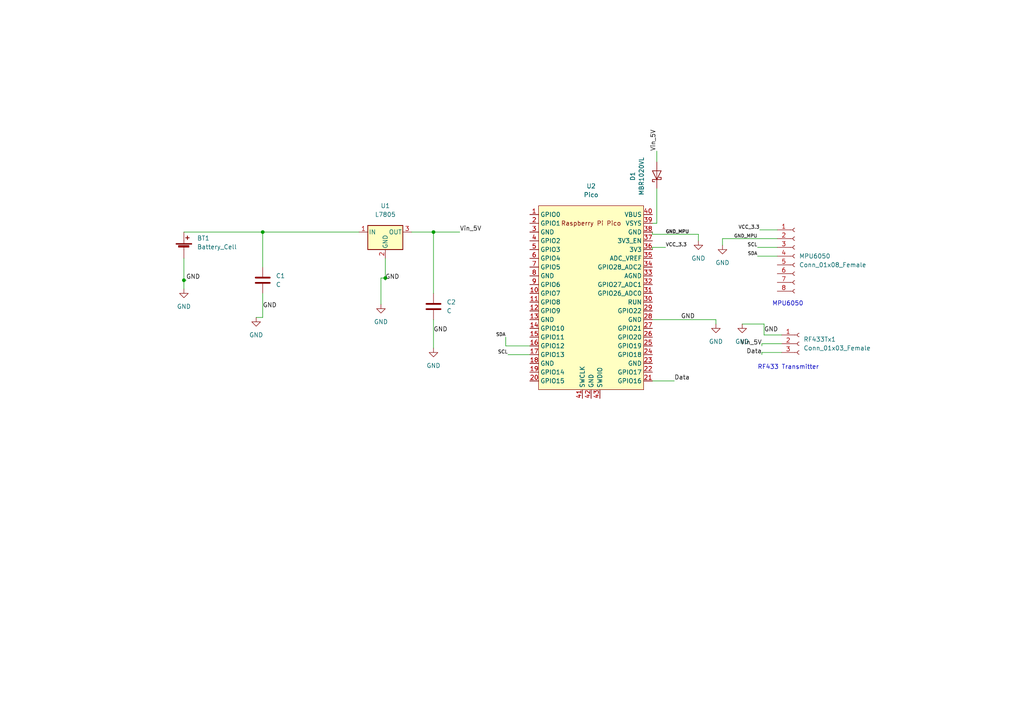
<source format=kicad_sch>
(kicad_sch (version 20211123) (generator eeschema)

  (uuid fcf507e3-b482-4008-8e4c-9c51688a93da)

  (paper "A4")

  (lib_symbols
    (symbol "Connector:Conn_01x03_Female" (pin_names (offset 1.016) hide) (in_bom yes) (on_board yes)
      (property "Reference" "J" (id 0) (at 0 5.08 0)
        (effects (font (size 1.27 1.27)))
      )
      (property "Value" "Conn_01x03_Female" (id 1) (at 0 -5.08 0)
        (effects (font (size 1.27 1.27)))
      )
      (property "Footprint" "" (id 2) (at 0 0 0)
        (effects (font (size 1.27 1.27)) hide)
      )
      (property "Datasheet" "~" (id 3) (at 0 0 0)
        (effects (font (size 1.27 1.27)) hide)
      )
      (property "ki_keywords" "connector" (id 4) (at 0 0 0)
        (effects (font (size 1.27 1.27)) hide)
      )
      (property "ki_description" "Generic connector, single row, 01x03, script generated (kicad-library-utils/schlib/autogen/connector/)" (id 5) (at 0 0 0)
        (effects (font (size 1.27 1.27)) hide)
      )
      (property "ki_fp_filters" "Connector*:*_1x??_*" (id 6) (at 0 0 0)
        (effects (font (size 1.27 1.27)) hide)
      )
      (symbol "Conn_01x03_Female_1_1"
        (arc (start 0 -2.032) (mid -0.508 -2.54) (end 0 -3.048)
          (stroke (width 0.1524) (type default) (color 0 0 0 0))
          (fill (type none))
        )
        (polyline
          (pts
            (xy -1.27 -2.54)
            (xy -0.508 -2.54)
          )
          (stroke (width 0.1524) (type default) (color 0 0 0 0))
          (fill (type none))
        )
        (polyline
          (pts
            (xy -1.27 0)
            (xy -0.508 0)
          )
          (stroke (width 0.1524) (type default) (color 0 0 0 0))
          (fill (type none))
        )
        (polyline
          (pts
            (xy -1.27 2.54)
            (xy -0.508 2.54)
          )
          (stroke (width 0.1524) (type default) (color 0 0 0 0))
          (fill (type none))
        )
        (arc (start 0 0.508) (mid -0.508 0) (end 0 -0.508)
          (stroke (width 0.1524) (type default) (color 0 0 0 0))
          (fill (type none))
        )
        (arc (start 0 3.048) (mid -0.508 2.54) (end 0 2.032)
          (stroke (width 0.1524) (type default) (color 0 0 0 0))
          (fill (type none))
        )
        (pin passive line (at -5.08 2.54 0) (length 3.81)
          (name "Pin_1" (effects (font (size 1.27 1.27))))
          (number "1" (effects (font (size 1.27 1.27))))
        )
        (pin passive line (at -5.08 0 0) (length 3.81)
          (name "Pin_2" (effects (font (size 1.27 1.27))))
          (number "2" (effects (font (size 1.27 1.27))))
        )
        (pin passive line (at -5.08 -2.54 0) (length 3.81)
          (name "Pin_3" (effects (font (size 1.27 1.27))))
          (number "3" (effects (font (size 1.27 1.27))))
        )
      )
    )
    (symbol "Connector:Conn_01x08_Female" (pin_names (offset 1.016) hide) (in_bom yes) (on_board yes)
      (property "Reference" "J" (id 0) (at 0 10.16 0)
        (effects (font (size 1.27 1.27)))
      )
      (property "Value" "Conn_01x08_Female" (id 1) (at 0 -12.7 0)
        (effects (font (size 1.27 1.27)))
      )
      (property "Footprint" "" (id 2) (at 0 0 0)
        (effects (font (size 1.27 1.27)) hide)
      )
      (property "Datasheet" "~" (id 3) (at 0 0 0)
        (effects (font (size 1.27 1.27)) hide)
      )
      (property "ki_keywords" "connector" (id 4) (at 0 0 0)
        (effects (font (size 1.27 1.27)) hide)
      )
      (property "ki_description" "Generic connector, single row, 01x08, script generated (kicad-library-utils/schlib/autogen/connector/)" (id 5) (at 0 0 0)
        (effects (font (size 1.27 1.27)) hide)
      )
      (property "ki_fp_filters" "Connector*:*_1x??_*" (id 6) (at 0 0 0)
        (effects (font (size 1.27 1.27)) hide)
      )
      (symbol "Conn_01x08_Female_1_1"
        (arc (start 0 -9.652) (mid -0.508 -10.16) (end 0 -10.668)
          (stroke (width 0.1524) (type default) (color 0 0 0 0))
          (fill (type none))
        )
        (arc (start 0 -7.112) (mid -0.508 -7.62) (end 0 -8.128)
          (stroke (width 0.1524) (type default) (color 0 0 0 0))
          (fill (type none))
        )
        (arc (start 0 -4.572) (mid -0.508 -5.08) (end 0 -5.588)
          (stroke (width 0.1524) (type default) (color 0 0 0 0))
          (fill (type none))
        )
        (arc (start 0 -2.032) (mid -0.508 -2.54) (end 0 -3.048)
          (stroke (width 0.1524) (type default) (color 0 0 0 0))
          (fill (type none))
        )
        (polyline
          (pts
            (xy -1.27 -10.16)
            (xy -0.508 -10.16)
          )
          (stroke (width 0.1524) (type default) (color 0 0 0 0))
          (fill (type none))
        )
        (polyline
          (pts
            (xy -1.27 -7.62)
            (xy -0.508 -7.62)
          )
          (stroke (width 0.1524) (type default) (color 0 0 0 0))
          (fill (type none))
        )
        (polyline
          (pts
            (xy -1.27 -5.08)
            (xy -0.508 -5.08)
          )
          (stroke (width 0.1524) (type default) (color 0 0 0 0))
          (fill (type none))
        )
        (polyline
          (pts
            (xy -1.27 -2.54)
            (xy -0.508 -2.54)
          )
          (stroke (width 0.1524) (type default) (color 0 0 0 0))
          (fill (type none))
        )
        (polyline
          (pts
            (xy -1.27 0)
            (xy -0.508 0)
          )
          (stroke (width 0.1524) (type default) (color 0 0 0 0))
          (fill (type none))
        )
        (polyline
          (pts
            (xy -1.27 2.54)
            (xy -0.508 2.54)
          )
          (stroke (width 0.1524) (type default) (color 0 0 0 0))
          (fill (type none))
        )
        (polyline
          (pts
            (xy -1.27 5.08)
            (xy -0.508 5.08)
          )
          (stroke (width 0.1524) (type default) (color 0 0 0 0))
          (fill (type none))
        )
        (polyline
          (pts
            (xy -1.27 7.62)
            (xy -0.508 7.62)
          )
          (stroke (width 0.1524) (type default) (color 0 0 0 0))
          (fill (type none))
        )
        (arc (start 0 0.508) (mid -0.508 0) (end 0 -0.508)
          (stroke (width 0.1524) (type default) (color 0 0 0 0))
          (fill (type none))
        )
        (arc (start 0 3.048) (mid -0.508 2.54) (end 0 2.032)
          (stroke (width 0.1524) (type default) (color 0 0 0 0))
          (fill (type none))
        )
        (arc (start 0 5.588) (mid -0.508 5.08) (end 0 4.572)
          (stroke (width 0.1524) (type default) (color 0 0 0 0))
          (fill (type none))
        )
        (arc (start 0 8.128) (mid -0.508 7.62) (end 0 7.112)
          (stroke (width 0.1524) (type default) (color 0 0 0 0))
          (fill (type none))
        )
        (pin passive line (at -5.08 7.62 0) (length 3.81)
          (name "Pin_1" (effects (font (size 1.27 1.27))))
          (number "1" (effects (font (size 1.27 1.27))))
        )
        (pin passive line (at -5.08 5.08 0) (length 3.81)
          (name "Pin_2" (effects (font (size 1.27 1.27))))
          (number "2" (effects (font (size 1.27 1.27))))
        )
        (pin passive line (at -5.08 2.54 0) (length 3.81)
          (name "Pin_3" (effects (font (size 1.27 1.27))))
          (number "3" (effects (font (size 1.27 1.27))))
        )
        (pin passive line (at -5.08 0 0) (length 3.81)
          (name "Pin_4" (effects (font (size 1.27 1.27))))
          (number "4" (effects (font (size 1.27 1.27))))
        )
        (pin passive line (at -5.08 -2.54 0) (length 3.81)
          (name "Pin_5" (effects (font (size 1.27 1.27))))
          (number "5" (effects (font (size 1.27 1.27))))
        )
        (pin passive line (at -5.08 -5.08 0) (length 3.81)
          (name "Pin_6" (effects (font (size 1.27 1.27))))
          (number "6" (effects (font (size 1.27 1.27))))
        )
        (pin passive line (at -5.08 -7.62 0) (length 3.81)
          (name "Pin_7" (effects (font (size 1.27 1.27))))
          (number "7" (effects (font (size 1.27 1.27))))
        )
        (pin passive line (at -5.08 -10.16 0) (length 3.81)
          (name "Pin_8" (effects (font (size 1.27 1.27))))
          (number "8" (effects (font (size 1.27 1.27))))
        )
      )
    )
    (symbol "Device:Battery_Cell" (pin_numbers hide) (pin_names (offset 0) hide) (in_bom yes) (on_board yes)
      (property "Reference" "BT" (id 0) (at 2.54 2.54 0)
        (effects (font (size 1.27 1.27)) (justify left))
      )
      (property "Value" "Battery_Cell" (id 1) (at 2.54 0 0)
        (effects (font (size 1.27 1.27)) (justify left))
      )
      (property "Footprint" "" (id 2) (at 0 1.524 90)
        (effects (font (size 1.27 1.27)) hide)
      )
      (property "Datasheet" "~" (id 3) (at 0 1.524 90)
        (effects (font (size 1.27 1.27)) hide)
      )
      (property "ki_keywords" "battery cell" (id 4) (at 0 0 0)
        (effects (font (size 1.27 1.27)) hide)
      )
      (property "ki_description" "Single-cell battery" (id 5) (at 0 0 0)
        (effects (font (size 1.27 1.27)) hide)
      )
      (symbol "Battery_Cell_0_1"
        (rectangle (start -2.286 1.778) (end 2.286 1.524)
          (stroke (width 0) (type default) (color 0 0 0 0))
          (fill (type outline))
        )
        (rectangle (start -1.5748 1.1938) (end 1.4732 0.6858)
          (stroke (width 0) (type default) (color 0 0 0 0))
          (fill (type outline))
        )
        (polyline
          (pts
            (xy 0 0.762)
            (xy 0 0)
          )
          (stroke (width 0) (type default) (color 0 0 0 0))
          (fill (type none))
        )
        (polyline
          (pts
            (xy 0 1.778)
            (xy 0 2.54)
          )
          (stroke (width 0) (type default) (color 0 0 0 0))
          (fill (type none))
        )
        (polyline
          (pts
            (xy 0.508 3.429)
            (xy 1.524 3.429)
          )
          (stroke (width 0.254) (type default) (color 0 0 0 0))
          (fill (type none))
        )
        (polyline
          (pts
            (xy 1.016 3.937)
            (xy 1.016 2.921)
          )
          (stroke (width 0.254) (type default) (color 0 0 0 0))
          (fill (type none))
        )
      )
      (symbol "Battery_Cell_1_1"
        (pin passive line (at 0 5.08 270) (length 2.54)
          (name "+" (effects (font (size 1.27 1.27))))
          (number "1" (effects (font (size 1.27 1.27))))
        )
        (pin passive line (at 0 -2.54 90) (length 2.54)
          (name "-" (effects (font (size 1.27 1.27))))
          (number "2" (effects (font (size 1.27 1.27))))
        )
      )
    )
    (symbol "Device:C" (pin_numbers hide) (pin_names (offset 0.254)) (in_bom yes) (on_board yes)
      (property "Reference" "C" (id 0) (at 0.635 2.54 0)
        (effects (font (size 1.27 1.27)) (justify left))
      )
      (property "Value" "C" (id 1) (at 0.635 -2.54 0)
        (effects (font (size 1.27 1.27)) (justify left))
      )
      (property "Footprint" "" (id 2) (at 0.9652 -3.81 0)
        (effects (font (size 1.27 1.27)) hide)
      )
      (property "Datasheet" "~" (id 3) (at 0 0 0)
        (effects (font (size 1.27 1.27)) hide)
      )
      (property "ki_keywords" "cap capacitor" (id 4) (at 0 0 0)
        (effects (font (size 1.27 1.27)) hide)
      )
      (property "ki_description" "Unpolarized capacitor" (id 5) (at 0 0 0)
        (effects (font (size 1.27 1.27)) hide)
      )
      (property "ki_fp_filters" "C_*" (id 6) (at 0 0 0)
        (effects (font (size 1.27 1.27)) hide)
      )
      (symbol "C_0_1"
        (polyline
          (pts
            (xy -2.032 -0.762)
            (xy 2.032 -0.762)
          )
          (stroke (width 0.508) (type default) (color 0 0 0 0))
          (fill (type none))
        )
        (polyline
          (pts
            (xy -2.032 0.762)
            (xy 2.032 0.762)
          )
          (stroke (width 0.508) (type default) (color 0 0 0 0))
          (fill (type none))
        )
      )
      (symbol "C_1_1"
        (pin passive line (at 0 3.81 270) (length 2.794)
          (name "~" (effects (font (size 1.27 1.27))))
          (number "1" (effects (font (size 1.27 1.27))))
        )
        (pin passive line (at 0 -3.81 90) (length 2.794)
          (name "~" (effects (font (size 1.27 1.27))))
          (number "2" (effects (font (size 1.27 1.27))))
        )
      )
    )
    (symbol "Diode:MBR1020VL" (pin_numbers hide) (pin_names hide) (in_bom yes) (on_board yes)
      (property "Reference" "D" (id 0) (at 0 2.54 0)
        (effects (font (size 1.27 1.27)))
      )
      (property "Value" "MBR1020VL" (id 1) (at 0 -2.54 0)
        (effects (font (size 1.27 1.27)))
      )
      (property "Footprint" "Diode_SMD:D_SOD-123F" (id 2) (at 0 -4.445 0)
        (effects (font (size 1.27 1.27)) hide)
      )
      (property "Datasheet" "https://www.onsemi.com/pub/Collateral/MBR1020VL-D.PDF" (id 3) (at 0 0 0)
        (effects (font (size 1.27 1.27)) hide)
      )
      (property "ki_keywords" "forward voltage diode" (id 4) (at 0 0 0)
        (effects (font (size 1.27 1.27)) hide)
      )
      (property "ki_description" "20V, 1A, 340 mV, Schottky Diode Rectifier, SOD-123F" (id 5) (at 0 0 0)
        (effects (font (size 1.27 1.27)) hide)
      )
      (property "ki_fp_filters" "D*SOD?123F*" (id 6) (at 0 0 0)
        (effects (font (size 1.27 1.27)) hide)
      )
      (symbol "MBR1020VL_0_1"
        (polyline
          (pts
            (xy 1.27 0)
            (xy -1.27 0)
          )
          (stroke (width 0) (type default) (color 0 0 0 0))
          (fill (type none))
        )
        (polyline
          (pts
            (xy 1.27 1.27)
            (xy 1.27 -1.27)
            (xy -1.27 0)
            (xy 1.27 1.27)
          )
          (stroke (width 0.2032) (type default) (color 0 0 0 0))
          (fill (type none))
        )
        (polyline
          (pts
            (xy -1.905 0.635)
            (xy -1.905 1.27)
            (xy -1.27 1.27)
            (xy -1.27 -1.27)
            (xy -0.635 -1.27)
            (xy -0.635 -0.635)
          )
          (stroke (width 0.2032) (type default) (color 0 0 0 0))
          (fill (type none))
        )
      )
      (symbol "MBR1020VL_1_1"
        (pin passive line (at -3.81 0 0) (length 2.54)
          (name "K" (effects (font (size 1.27 1.27))))
          (number "1" (effects (font (size 1.27 1.27))))
        )
        (pin passive line (at 3.81 0 180) (length 2.54)
          (name "A" (effects (font (size 1.27 1.27))))
          (number "2" (effects (font (size 1.27 1.27))))
        )
      )
    )
    (symbol "Picopi:Pico" (in_bom yes) (on_board yes)
      (property "Reference" "U" (id 0) (at -13.97 27.94 0)
        (effects (font (size 1.27 1.27)))
      )
      (property "Value" "Pico" (id 1) (at 0 19.05 0)
        (effects (font (size 1.27 1.27)))
      )
      (property "Footprint" "RPi_Pico:RPi_Pico_SMD_TH" (id 2) (at 0 0 90)
        (effects (font (size 1.27 1.27)) hide)
      )
      (property "Datasheet" "" (id 3) (at 0 0 0)
        (effects (font (size 1.27 1.27)) hide)
      )
      (symbol "Pico_0_0"
        (text "Raspberry Pi Pico" (at 0 21.59 0)
          (effects (font (size 1.27 1.27)))
        )
      )
      (symbol "Pico_0_1"
        (rectangle (start -15.24 26.67) (end 15.24 -26.67)
          (stroke (width 0) (type default) (color 0 0 0 0))
          (fill (type background))
        )
      )
      (symbol "Pico_1_1"
        (pin bidirectional line (at -17.78 24.13 0) (length 2.54)
          (name "GPIO0" (effects (font (size 1.27 1.27))))
          (number "1" (effects (font (size 1.27 1.27))))
        )
        (pin bidirectional line (at -17.78 1.27 0) (length 2.54)
          (name "GPIO7" (effects (font (size 1.27 1.27))))
          (number "10" (effects (font (size 1.27 1.27))))
        )
        (pin bidirectional line (at -17.78 -1.27 0) (length 2.54)
          (name "GPIO8" (effects (font (size 1.27 1.27))))
          (number "11" (effects (font (size 1.27 1.27))))
        )
        (pin bidirectional line (at -17.78 -3.81 0) (length 2.54)
          (name "GPIO9" (effects (font (size 1.27 1.27))))
          (number "12" (effects (font (size 1.27 1.27))))
        )
        (pin power_in line (at -17.78 -6.35 0) (length 2.54)
          (name "GND" (effects (font (size 1.27 1.27))))
          (number "13" (effects (font (size 1.27 1.27))))
        )
        (pin bidirectional line (at -17.78 -8.89 0) (length 2.54)
          (name "GPIO10" (effects (font (size 1.27 1.27))))
          (number "14" (effects (font (size 1.27 1.27))))
        )
        (pin bidirectional line (at -17.78 -11.43 0) (length 2.54)
          (name "GPIO11" (effects (font (size 1.27 1.27))))
          (number "15" (effects (font (size 1.27 1.27))))
        )
        (pin bidirectional line (at -17.78 -13.97 0) (length 2.54)
          (name "GPIO12" (effects (font (size 1.27 1.27))))
          (number "16" (effects (font (size 1.27 1.27))))
        )
        (pin bidirectional line (at -17.78 -16.51 0) (length 2.54)
          (name "GPIO13" (effects (font (size 1.27 1.27))))
          (number "17" (effects (font (size 1.27 1.27))))
        )
        (pin power_in line (at -17.78 -19.05 0) (length 2.54)
          (name "GND" (effects (font (size 1.27 1.27))))
          (number "18" (effects (font (size 1.27 1.27))))
        )
        (pin bidirectional line (at -17.78 -21.59 0) (length 2.54)
          (name "GPIO14" (effects (font (size 1.27 1.27))))
          (number "19" (effects (font (size 1.27 1.27))))
        )
        (pin bidirectional line (at -17.78 21.59 0) (length 2.54)
          (name "GPIO1" (effects (font (size 1.27 1.27))))
          (number "2" (effects (font (size 1.27 1.27))))
        )
        (pin bidirectional line (at -17.78 -24.13 0) (length 2.54)
          (name "GPIO15" (effects (font (size 1.27 1.27))))
          (number "20" (effects (font (size 1.27 1.27))))
        )
        (pin bidirectional line (at 17.78 -24.13 180) (length 2.54)
          (name "GPIO16" (effects (font (size 1.27 1.27))))
          (number "21" (effects (font (size 1.27 1.27))))
        )
        (pin bidirectional line (at 17.78 -21.59 180) (length 2.54)
          (name "GPIO17" (effects (font (size 1.27 1.27))))
          (number "22" (effects (font (size 1.27 1.27))))
        )
        (pin power_in line (at 17.78 -19.05 180) (length 2.54)
          (name "GND" (effects (font (size 1.27 1.27))))
          (number "23" (effects (font (size 1.27 1.27))))
        )
        (pin bidirectional line (at 17.78 -16.51 180) (length 2.54)
          (name "GPIO18" (effects (font (size 1.27 1.27))))
          (number "24" (effects (font (size 1.27 1.27))))
        )
        (pin bidirectional line (at 17.78 -13.97 180) (length 2.54)
          (name "GPIO19" (effects (font (size 1.27 1.27))))
          (number "25" (effects (font (size 1.27 1.27))))
        )
        (pin bidirectional line (at 17.78 -11.43 180) (length 2.54)
          (name "GPIO20" (effects (font (size 1.27 1.27))))
          (number "26" (effects (font (size 1.27 1.27))))
        )
        (pin bidirectional line (at 17.78 -8.89 180) (length 2.54)
          (name "GPIO21" (effects (font (size 1.27 1.27))))
          (number "27" (effects (font (size 1.27 1.27))))
        )
        (pin power_in line (at 17.78 -6.35 180) (length 2.54)
          (name "GND" (effects (font (size 1.27 1.27))))
          (number "28" (effects (font (size 1.27 1.27))))
        )
        (pin bidirectional line (at 17.78 -3.81 180) (length 2.54)
          (name "GPIO22" (effects (font (size 1.27 1.27))))
          (number "29" (effects (font (size 1.27 1.27))))
        )
        (pin power_in line (at -17.78 19.05 0) (length 2.54)
          (name "GND" (effects (font (size 1.27 1.27))))
          (number "3" (effects (font (size 1.27 1.27))))
        )
        (pin input line (at 17.78 -1.27 180) (length 2.54)
          (name "RUN" (effects (font (size 1.27 1.27))))
          (number "30" (effects (font (size 1.27 1.27))))
        )
        (pin bidirectional line (at 17.78 1.27 180) (length 2.54)
          (name "GPIO26_ADC0" (effects (font (size 1.27 1.27))))
          (number "31" (effects (font (size 1.27 1.27))))
        )
        (pin bidirectional line (at 17.78 3.81 180) (length 2.54)
          (name "GPIO27_ADC1" (effects (font (size 1.27 1.27))))
          (number "32" (effects (font (size 1.27 1.27))))
        )
        (pin power_in line (at 17.78 6.35 180) (length 2.54)
          (name "AGND" (effects (font (size 1.27 1.27))))
          (number "33" (effects (font (size 1.27 1.27))))
        )
        (pin bidirectional line (at 17.78 8.89 180) (length 2.54)
          (name "GPIO28_ADC2" (effects (font (size 1.27 1.27))))
          (number "34" (effects (font (size 1.27 1.27))))
        )
        (pin power_in line (at 17.78 11.43 180) (length 2.54)
          (name "ADC_VREF" (effects (font (size 1.27 1.27))))
          (number "35" (effects (font (size 1.27 1.27))))
        )
        (pin power_in line (at 17.78 13.97 180) (length 2.54)
          (name "3V3" (effects (font (size 1.27 1.27))))
          (number "36" (effects (font (size 1.27 1.27))))
        )
        (pin input line (at 17.78 16.51 180) (length 2.54)
          (name "3V3_EN" (effects (font (size 1.27 1.27))))
          (number "37" (effects (font (size 1.27 1.27))))
        )
        (pin bidirectional line (at 17.78 19.05 180) (length 2.54)
          (name "GND" (effects (font (size 1.27 1.27))))
          (number "38" (effects (font (size 1.27 1.27))))
        )
        (pin power_in line (at 17.78 21.59 180) (length 2.54)
          (name "VSYS" (effects (font (size 1.27 1.27))))
          (number "39" (effects (font (size 1.27 1.27))))
        )
        (pin bidirectional line (at -17.78 16.51 0) (length 2.54)
          (name "GPIO2" (effects (font (size 1.27 1.27))))
          (number "4" (effects (font (size 1.27 1.27))))
        )
        (pin power_in line (at 17.78 24.13 180) (length 2.54)
          (name "VBUS" (effects (font (size 1.27 1.27))))
          (number "40" (effects (font (size 1.27 1.27))))
        )
        (pin input line (at -2.54 -29.21 90) (length 2.54)
          (name "SWCLK" (effects (font (size 1.27 1.27))))
          (number "41" (effects (font (size 1.27 1.27))))
        )
        (pin power_in line (at 0 -29.21 90) (length 2.54)
          (name "GND" (effects (font (size 1.27 1.27))))
          (number "42" (effects (font (size 1.27 1.27))))
        )
        (pin bidirectional line (at 2.54 -29.21 90) (length 2.54)
          (name "SWDIO" (effects (font (size 1.27 1.27))))
          (number "43" (effects (font (size 1.27 1.27))))
        )
        (pin bidirectional line (at -17.78 13.97 0) (length 2.54)
          (name "GPIO3" (effects (font (size 1.27 1.27))))
          (number "5" (effects (font (size 1.27 1.27))))
        )
        (pin bidirectional line (at -17.78 11.43 0) (length 2.54)
          (name "GPIO4" (effects (font (size 1.27 1.27))))
          (number "6" (effects (font (size 1.27 1.27))))
        )
        (pin bidirectional line (at -17.78 8.89 0) (length 2.54)
          (name "GPIO5" (effects (font (size 1.27 1.27))))
          (number "7" (effects (font (size 1.27 1.27))))
        )
        (pin power_in line (at -17.78 6.35 0) (length 2.54)
          (name "GND" (effects (font (size 1.27 1.27))))
          (number "8" (effects (font (size 1.27 1.27))))
        )
        (pin bidirectional line (at -17.78 3.81 0) (length 2.54)
          (name "GPIO6" (effects (font (size 1.27 1.27))))
          (number "9" (effects (font (size 1.27 1.27))))
        )
      )
    )
    (symbol "Regulator_Linear:L7805" (pin_names (offset 0.254)) (in_bom yes) (on_board yes)
      (property "Reference" "U" (id 0) (at -3.81 3.175 0)
        (effects (font (size 1.27 1.27)))
      )
      (property "Value" "L7805" (id 1) (at 0 3.175 0)
        (effects (font (size 1.27 1.27)) (justify left))
      )
      (property "Footprint" "" (id 2) (at 0.635 -3.81 0)
        (effects (font (size 1.27 1.27) italic) (justify left) hide)
      )
      (property "Datasheet" "http://www.st.com/content/ccc/resource/technical/document/datasheet/41/4f/b3/b0/12/d4/47/88/CD00000444.pdf/files/CD00000444.pdf/jcr:content/translations/en.CD00000444.pdf" (id 3) (at 0 -1.27 0)
        (effects (font (size 1.27 1.27)) hide)
      )
      (property "ki_keywords" "Voltage Regulator 1.5A Positive" (id 4) (at 0 0 0)
        (effects (font (size 1.27 1.27)) hide)
      )
      (property "ki_description" "Positive 1.5A 35V Linear Regulator, Fixed Output 5V, TO-220/TO-263/TO-252" (id 5) (at 0 0 0)
        (effects (font (size 1.27 1.27)) hide)
      )
      (property "ki_fp_filters" "TO?252* TO?263* TO?220*" (id 6) (at 0 0 0)
        (effects (font (size 1.27 1.27)) hide)
      )
      (symbol "L7805_0_1"
        (rectangle (start -5.08 1.905) (end 5.08 -5.08)
          (stroke (width 0.254) (type default) (color 0 0 0 0))
          (fill (type background))
        )
      )
      (symbol "L7805_1_1"
        (pin power_in line (at -7.62 0 0) (length 2.54)
          (name "IN" (effects (font (size 1.27 1.27))))
          (number "1" (effects (font (size 1.27 1.27))))
        )
        (pin power_in line (at 0 -7.62 90) (length 2.54)
          (name "GND" (effects (font (size 1.27 1.27))))
          (number "2" (effects (font (size 1.27 1.27))))
        )
        (pin power_out line (at 7.62 0 180) (length 2.54)
          (name "OUT" (effects (font (size 1.27 1.27))))
          (number "3" (effects (font (size 1.27 1.27))))
        )
      )
    )
    (symbol "power:GND" (power) (pin_names (offset 0)) (in_bom yes) (on_board yes)
      (property "Reference" "#PWR" (id 0) (at 0 -6.35 0)
        (effects (font (size 1.27 1.27)) hide)
      )
      (property "Value" "GND" (id 1) (at 0 -3.81 0)
        (effects (font (size 1.27 1.27)))
      )
      (property "Footprint" "" (id 2) (at 0 0 0)
        (effects (font (size 1.27 1.27)) hide)
      )
      (property "Datasheet" "" (id 3) (at 0 0 0)
        (effects (font (size 1.27 1.27)) hide)
      )
      (property "ki_keywords" "global power" (id 4) (at 0 0 0)
        (effects (font (size 1.27 1.27)) hide)
      )
      (property "ki_description" "Power symbol creates a global label with name \"GND\" , ground" (id 5) (at 0 0 0)
        (effects (font (size 1.27 1.27)) hide)
      )
      (symbol "GND_0_1"
        (polyline
          (pts
            (xy 0 0)
            (xy 0 -1.27)
            (xy 1.27 -1.27)
            (xy 0 -2.54)
            (xy -1.27 -1.27)
            (xy 0 -1.27)
          )
          (stroke (width 0) (type default) (color 0 0 0 0))
          (fill (type none))
        )
      )
      (symbol "GND_1_1"
        (pin power_in line (at 0 0 270) (length 0) hide
          (name "GND" (effects (font (size 1.27 1.27))))
          (number "1" (effects (font (size 1.27 1.27))))
        )
      )
    )
  )

  (junction (at 111.76 80.645) (diameter 0) (color 0 0 0 0)
    (uuid 12381df3-7065-4d5d-aed3-8ff560065971)
  )
  (junction (at 76.2 67.31) (diameter 0) (color 0 0 0 0)
    (uuid 4acd4e19-cfbc-47d7-8750-b118705e791a)
  )
  (junction (at 125.73 67.31) (diameter 0) (color 0 0 0 0)
    (uuid 648ae046-ae31-4912-bef8-b1cecedbd7a0)
  )
  (junction (at 53.34 81.28) (diameter 0) (color 0 0 0 0)
    (uuid 730d4c0c-bfea-4166-97c1-10d3a380b2c7)
  )

  (wire (pts (xy 110.49 88.265) (xy 110.49 80.645))
    (stroke (width 0) (type default) (color 0 0 0 0))
    (uuid 01330bf8-6407-44cd-8321-3dc31b4c5c98)
  )
  (wire (pts (xy 219.71 74.295) (xy 225.425 74.295))
    (stroke (width 0) (type default) (color 0 0 0 0))
    (uuid 076f55f9-739b-4b47-a10d-b6a1be78adb3)
  )
  (wire (pts (xy 76.2 85.09) (xy 76.2 92.075))
    (stroke (width 0) (type default) (color 0 0 0 0))
    (uuid 099eb4fa-99a0-4606-b01f-71d7c0af2a6b)
  )
  (wire (pts (xy 189.23 64.77) (xy 190.5 64.77))
    (stroke (width 0) (type default) (color 0 0 0 0))
    (uuid 099f8ad7-0009-4e7c-bfed-be309eac024d)
  )
  (wire (pts (xy 76.2 77.47) (xy 76.2 67.31))
    (stroke (width 0) (type default) (color 0 0 0 0))
    (uuid 09e0e73d-7603-4a7a-8035-6b9d7d9cd3c7)
  )
  (wire (pts (xy 189.23 71.755) (xy 189.23 72.39))
    (stroke (width 0) (type default) (color 0 0 0 0))
    (uuid 14d95d15-9be5-4618-8b26-859b954a4216)
  )
  (wire (pts (xy 74.295 92.075) (xy 76.2 92.075))
    (stroke (width 0) (type default) (color 0 0 0 0))
    (uuid 1c664235-1ff1-4054-a8ba-f7e4b7fc63f4)
  )
  (wire (pts (xy 221.615 93.98) (xy 221.615 97.155))
    (stroke (width 0) (type default) (color 0 0 0 0))
    (uuid 2f4469b3-0ebc-4008-b01a-d90293a3a092)
  )
  (wire (pts (xy 53.34 74.93) (xy 53.34 81.28))
    (stroke (width 0) (type default) (color 0 0 0 0))
    (uuid 35761e45-baf3-43ac-85f3-c2a14cd54d8f)
  )
  (wire (pts (xy 119.38 67.31) (xy 125.73 67.31))
    (stroke (width 0) (type default) (color 0 0 0 0))
    (uuid 35c9261a-e3e0-40e0-97be-bd9b3e97d2cd)
  )
  (wire (pts (xy 53.34 81.28) (xy 53.34 83.82))
    (stroke (width 0) (type default) (color 0 0 0 0))
    (uuid 39ab7a98-be1f-41c1-91ca-793cf95c4122)
  )
  (wire (pts (xy 209.55 71.12) (xy 209.55 69.215))
    (stroke (width 0) (type default) (color 0 0 0 0))
    (uuid 4172a3a2-ef28-448c-9eb0-b48bc656cacc)
  )
  (wire (pts (xy 202.565 67.945) (xy 202.565 69.85))
    (stroke (width 0) (type default) (color 0 0 0 0))
    (uuid 4a06f3dc-2ac8-4b18-b081-8bf6e0bd0d4b)
  )
  (wire (pts (xy 110.49 80.645) (xy 111.76 80.645))
    (stroke (width 0) (type default) (color 0 0 0 0))
    (uuid 4d3a8844-6339-46db-a161-d8d4267363e7)
  )
  (wire (pts (xy 153.67 100.33) (xy 146.685 100.33))
    (stroke (width 0) (type default) (color 0 0 0 0))
    (uuid 5b3aa491-9642-46ce-a07f-1823781e69e3)
  )
  (wire (pts (xy 190.5 43.815) (xy 190.5 46.99))
    (stroke (width 0) (type default) (color 0 0 0 0))
    (uuid 69da4b87-8a35-46df-babc-d154833bb9ea)
  )
  (wire (pts (xy 76.2 67.31) (xy 104.14 67.31))
    (stroke (width 0) (type default) (color 0 0 0 0))
    (uuid 6d33f747-7a8b-4948-853a-ded8a7dcebe7)
  )
  (wire (pts (xy 215.265 93.98) (xy 221.615 93.98))
    (stroke (width 0) (type default) (color 0 0 0 0))
    (uuid 71e7fe07-e328-45fa-856f-89963ad2bfdf)
  )
  (wire (pts (xy 125.73 92.71) (xy 125.73 100.965))
    (stroke (width 0) (type default) (color 0 0 0 0))
    (uuid 77372195-2675-403e-a114-749db24a7e86)
  )
  (wire (pts (xy 147.32 102.87) (xy 153.67 102.87))
    (stroke (width 0) (type default) (color 0 0 0 0))
    (uuid 811b2b75-4f51-4e0f-bcd6-422e47bdbfce)
  )
  (wire (pts (xy 207.645 93.98) (xy 207.645 92.71))
    (stroke (width 0) (type default) (color 0 0 0 0))
    (uuid 837d7f27-a25c-4cdd-9c19-0ec1ec3d349c)
  )
  (wire (pts (xy 219.71 71.755) (xy 225.425 71.755))
    (stroke (width 0) (type default) (color 0 0 0 0))
    (uuid 898137b7-66e9-4ca4-9215-aa7e1868eb9b)
  )
  (wire (pts (xy 190.5 64.77) (xy 190.5 54.61))
    (stroke (width 0) (type default) (color 0 0 0 0))
    (uuid 9133a01c-4e04-49c1-be25-0579e6cbd08c)
  )
  (wire (pts (xy 189.23 92.71) (xy 207.645 92.71))
    (stroke (width 0) (type default) (color 0 0 0 0))
    (uuid 928f136e-3f55-4e3a-bdd4-851ea98fc322)
  )
  (wire (pts (xy 146.685 100.33) (xy 146.685 97.79))
    (stroke (width 0) (type default) (color 0 0 0 0))
    (uuid a772b4b5-8e1d-4018-892e-97168584ed26)
  )
  (wire (pts (xy 209.55 69.215) (xy 225.425 69.215))
    (stroke (width 0) (type default) (color 0 0 0 0))
    (uuid af631e07-dd10-416f-8584-f061caca44fb)
  )
  (wire (pts (xy 220.98 102.235) (xy 220.98 102.87))
    (stroke (width 0) (type default) (color 0 0 0 0))
    (uuid b17766f2-b195-43f8-979e-1c6c3e2ec66b)
  )
  (wire (pts (xy 53.34 81.28) (xy 53.975 81.28))
    (stroke (width 0) (type default) (color 0 0 0 0))
    (uuid b1c81e75-f1dc-4b92-a2b2-206eea030b19)
  )
  (wire (pts (xy 125.73 67.31) (xy 133.35 67.31))
    (stroke (width 0) (type default) (color 0 0 0 0))
    (uuid b1f3328f-7e1e-4aec-b687-63aad23c269b)
  )
  (wire (pts (xy 189.23 67.945) (xy 189.23 67.31))
    (stroke (width 0) (type default) (color 0 0 0 0))
    (uuid b4557bb9-3742-4626-8856-4887575d73ca)
  )
  (wire (pts (xy 226.695 99.695) (xy 220.98 99.695))
    (stroke (width 0) (type default) (color 0 0 0 0))
    (uuid be752914-e42c-4456-8174-b47daa638c33)
  )
  (wire (pts (xy 226.695 102.235) (xy 220.98 102.235))
    (stroke (width 0) (type default) (color 0 0 0 0))
    (uuid be89c35a-8395-4ac5-b95f-e6aa3e8ee4ed)
  )
  (wire (pts (xy 220.98 99.695) (xy 220.98 100.33))
    (stroke (width 0) (type default) (color 0 0 0 0))
    (uuid ccc7c696-c0c5-4b9d-86c0-174e0ba9709b)
  )
  (wire (pts (xy 189.23 67.945) (xy 202.565 67.945))
    (stroke (width 0) (type default) (color 0 0 0 0))
    (uuid d3bbc1b5-50fd-4144-ac8c-6672ec9d65aa)
  )
  (wire (pts (xy 220.345 66.675) (xy 225.425 66.675))
    (stroke (width 0) (type default) (color 0 0 0 0))
    (uuid d6cb165b-9a8f-47ac-928c-5d483726c77d)
  )
  (wire (pts (xy 193.04 71.755) (xy 189.23 71.755))
    (stroke (width 0) (type default) (color 0 0 0 0))
    (uuid dee737fa-f5a5-4bb2-9267-6536601f10b7)
  )
  (wire (pts (xy 125.73 67.31) (xy 125.73 85.09))
    (stroke (width 0) (type default) (color 0 0 0 0))
    (uuid e2dcb5d0-1582-4e79-9b65-f28883210cfe)
  )
  (wire (pts (xy 111.76 74.93) (xy 111.76 80.645))
    (stroke (width 0) (type default) (color 0 0 0 0))
    (uuid e3473c08-ddc8-4a79-995b-2e9a9b1d3535)
  )
  (wire (pts (xy 226.695 97.155) (xy 221.615 97.155))
    (stroke (width 0) (type default) (color 0 0 0 0))
    (uuid e9e6d5a6-0a1a-42f0-8990-76996abf8563)
  )
  (wire (pts (xy 189.23 110.49) (xy 195.58 110.49))
    (stroke (width 0) (type default) (color 0 0 0 0))
    (uuid ea49d021-0ae6-4e6b-84e2-0e29362b9121)
  )
  (wire (pts (xy 53.34 67.31) (xy 76.2 67.31))
    (stroke (width 0) (type default) (color 0 0 0 0))
    (uuid f4c9fe1a-c887-4ad6-bea6-3427389e30bd)
  )
  (wire (pts (xy 111.76 80.645) (xy 111.76 81.28))
    (stroke (width 0) (type default) (color 0 0 0 0))
    (uuid f7479485-33c0-44e1-868b-5143c77a9d4e)
  )

  (text "RF433 Transmitter" (at 219.71 107.315 0)
    (effects (font (size 1.27 1.27)) (justify left bottom))
    (uuid 95f93b32-2b47-4214-a660-3645beb5b9ab)
  )
  (text "MPU6050\n" (at 233.045 88.9 180)
    (effects (font (size 1.27 1.27)) (justify right bottom))
    (uuid ebb572fe-050e-4423-9afe-29148c341a40)
  )

  (label "GND_MPU" (at 193.04 67.945 0)
    (effects (font (size 0.95 0.95)) (justify left bottom))
    (uuid 0732ea68-9946-402e-a891-674c8b73173b)
  )
  (label "GND" (at 221.615 96.52 0)
    (effects (font (size 1.27 1.27)) (justify left bottom))
    (uuid 0d46bb93-ce7f-4b86-92c1-46a0400af6ee)
  )
  (label "Vin_5V" (at 190.5 43.815 90)
    (effects (font (size 1.27 1.27)) (justify left bottom))
    (uuid 23a922c9-8f09-4105-972b-b2854cf13a34)
  )
  (label "SDA" (at 146.685 97.79 180)
    (effects (font (size 0.95 0.95)) (justify right bottom))
    (uuid 286b3b9d-dcc9-4611-92dc-9d54b2edd07d)
  )
  (label "GND_MPU" (at 193.04 67.945 0)
    (effects (font (size 0.95 0.95)) (justify left bottom))
    (uuid 3a59f6a9-9296-43ab-8178-e4b44ddf9ff1)
  )
  (label "VCC_3.3" (at 220.345 66.675 180)
    (effects (font (size 1 1)) (justify right bottom))
    (uuid 514294be-1e4c-48f1-88ea-0995594e7591)
  )
  (label "GND_MPU" (at 219.71 69.215 180)
    (effects (font (size 0.95 0.95)) (justify right bottom))
    (uuid 56670d48-b2a7-41e8-bb18-15ff0214ad48)
  )
  (label "GND" (at 76.2 89.535 0)
    (effects (font (size 1.27 1.27)) (justify left bottom))
    (uuid 56ac4ba0-31c3-4be2-a6ee-12492b9d9166)
  )
  (label "SCL" (at 219.71 71.755 180)
    (effects (font (size 1 1)) (justify right bottom))
    (uuid 56bf9f3e-2c27-43ca-87d6-6ef65a155e80)
  )
  (label "SDA" (at 219.71 74.295 180)
    (effects (font (size 0.95 0.95)) (justify right bottom))
    (uuid 7b9e7e26-efae-4dce-a42d-9ba3b08f5905)
  )
  (label "GND" (at 111.76 81.28 0)
    (effects (font (size 1.27 1.27)) (justify left bottom))
    (uuid 865d1839-c393-42f7-8ad6-d747b6902cb6)
  )
  (label "GND" (at 125.73 96.52 0)
    (effects (font (size 1.27 1.27)) (justify left bottom))
    (uuid 8f16a44f-20a4-41f5-b8c2-77a1b7679e21)
  )
  (label "SCL" (at 147.32 102.87 180)
    (effects (font (size 1 1)) (justify right bottom))
    (uuid 94efdb7a-b11d-4d43-bfb9-58d2c7ce20d9)
  )
  (label "Vin_5V" (at 133.35 67.31 0)
    (effects (font (size 1.27 1.27)) (justify left bottom))
    (uuid 97d9ea55-a415-494d-890f-3ee88bba4459)
  )
  (label "GND" (at 197.485 92.71 0)
    (effects (font (size 1.27 1.27)) (justify left bottom))
    (uuid c12030cd-226b-45dc-b0a6-d132463a0587)
  )
  (label "Vin_5V" (at 220.98 100.33 180)
    (effects (font (size 1.27 1.27)) (justify right bottom))
    (uuid c27415a5-fdf9-4eae-8173-5183d75c50a3)
  )
  (label "Data" (at 195.58 110.49 0)
    (effects (font (size 1.27 1.27)) (justify left bottom))
    (uuid e787799b-8948-421e-8593-a4e8c6334836)
  )
  (label "VCC_3.3" (at 193.04 71.755 0)
    (effects (font (size 1 1)) (justify left bottom))
    (uuid ecd88aa9-c95b-42dc-8e3d-82a2edd8127c)
  )
  (label "Data" (at 220.98 102.87 180)
    (effects (font (size 1.27 1.27)) (justify right bottom))
    (uuid f02e1fc2-ffe6-44dc-94ea-d20fde7ae5bf)
  )
  (label "GND" (at 53.975 81.28 0)
    (effects (font (size 1.27 1.27)) (justify left bottom))
    (uuid f95bdcb0-69fa-440c-93d7-d4381d3a8d61)
  )

  (symbol (lib_id "power:GND") (at 53.34 83.82 0) (unit 1)
    (in_bom yes) (on_board yes) (fields_autoplaced)
    (uuid 055428c9-5a86-492a-9ec4-2c59cd1416fc)
    (property "Reference" "#PWR0102" (id 0) (at 53.34 90.17 0)
      (effects (font (size 1.27 1.27)) hide)
    )
    (property "Value" "GND" (id 1) (at 53.34 88.9 0))
    (property "Footprint" "" (id 2) (at 53.34 83.82 0)
      (effects (font (size 1.27 1.27)) hide)
    )
    (property "Datasheet" "" (id 3) (at 53.34 83.82 0)
      (effects (font (size 1.27 1.27)) hide)
    )
    (pin "1" (uuid 8e386abf-5024-4c60-a6ee-c939c97d41d8))
  )

  (symbol (lib_id "power:GND") (at 202.565 69.85 0) (unit 1)
    (in_bom yes) (on_board yes) (fields_autoplaced)
    (uuid 05fc3241-19c5-4f97-b332-0c7d2c07ec6f)
    (property "Reference" "#PWR0105" (id 0) (at 202.565 76.2 0)
      (effects (font (size 1.27 1.27)) hide)
    )
    (property "Value" "GND" (id 1) (at 202.565 74.93 0))
    (property "Footprint" "" (id 2) (at 202.565 69.85 0)
      (effects (font (size 1.27 1.27)) hide)
    )
    (property "Datasheet" "" (id 3) (at 202.565 69.85 0)
      (effects (font (size 1.27 1.27)) hide)
    )
    (pin "1" (uuid 36ac2ba7-f999-4408-a79e-f02614f787af))
  )

  (symbol (lib_id "Device:Battery_Cell") (at 53.34 72.39 0) (unit 1)
    (in_bom yes) (on_board yes) (fields_autoplaced)
    (uuid 0667ae1c-83e4-414b-9f6c-3f990e4d3bcb)
    (property "Reference" "BT1" (id 0) (at 57.15 69.0879 0)
      (effects (font (size 1.27 1.27)) (justify left))
    )
    (property "Value" "Battery_Cell" (id 1) (at 57.15 71.6279 0)
      (effects (font (size 1.27 1.27)) (justify left))
    )
    (property "Footprint" "Connector:JWT_A3963_1x02_P3.96mm_Vertical" (id 2) (at 53.34 70.866 90)
      (effects (font (size 1.27 1.27)) hide)
    )
    (property "Datasheet" "~" (id 3) (at 53.34 70.866 90)
      (effects (font (size 1.27 1.27)) hide)
    )
    (pin "1" (uuid 21c22690-c88a-4463-9072-940e6375611c))
    (pin "2" (uuid 610c5462-73e3-4cb8-af44-2a3e405fea63))
  )

  (symbol (lib_id "power:GND") (at 74.295 92.075 0) (unit 1)
    (in_bom yes) (on_board yes) (fields_autoplaced)
    (uuid 10d2d950-5139-4de4-b194-d25c1212d886)
    (property "Reference" "#PWR0103" (id 0) (at 74.295 98.425 0)
      (effects (font (size 1.27 1.27)) hide)
    )
    (property "Value" "GND" (id 1) (at 74.295 97.155 0))
    (property "Footprint" "" (id 2) (at 74.295 92.075 0)
      (effects (font (size 1.27 1.27)) hide)
    )
    (property "Datasheet" "" (id 3) (at 74.295 92.075 0)
      (effects (font (size 1.27 1.27)) hide)
    )
    (pin "1" (uuid 65f64e05-9f87-49ef-b6b4-6f25f30bb03c))
  )

  (symbol (lib_id "Regulator_Linear:L7805") (at 111.76 67.31 0) (unit 1)
    (in_bom yes) (on_board yes) (fields_autoplaced)
    (uuid 28cc33de-4f54-4273-986e-11739a73f30d)
    (property "Reference" "U1" (id 0) (at 111.76 59.69 0))
    (property "Value" "L7805" (id 1) (at 111.76 62.23 0))
    (property "Footprint" "Package_TO_SOT_THT:TO-3P-3_Vertical" (id 2) (at 112.395 71.12 0)
      (effects (font (size 1.27 1.27) italic) (justify left) hide)
    )
    (property "Datasheet" "http://www.st.com/content/ccc/resource/technical/document/datasheet/41/4f/b3/b0/12/d4/47/88/CD00000444.pdf/files/CD00000444.pdf/jcr:content/translations/en.CD00000444.pdf" (id 3) (at 111.76 68.58 0)
      (effects (font (size 1.27 1.27)) hide)
    )
    (pin "1" (uuid d09f5a23-65a5-4ef0-a151-c28f3b528dc8))
    (pin "2" (uuid edbfda41-e833-42d6-adad-22053c4d6021))
    (pin "3" (uuid 5c79613b-1696-43b3-aca4-64b2b706dfd6))
  )

  (symbol (lib_id "power:GND") (at 209.55 71.12 0) (unit 1)
    (in_bom yes) (on_board yes) (fields_autoplaced)
    (uuid 2ae6a553-a3a3-41a3-b0fa-254cbc36ad5e)
    (property "Reference" "#PWR0106" (id 0) (at 209.55 77.47 0)
      (effects (font (size 1.27 1.27)) hide)
    )
    (property "Value" "GND" (id 1) (at 209.55 76.2 0))
    (property "Footprint" "" (id 2) (at 209.55 71.12 0)
      (effects (font (size 1.27 1.27)) hide)
    )
    (property "Datasheet" "" (id 3) (at 209.55 71.12 0)
      (effects (font (size 1.27 1.27)) hide)
    )
    (pin "1" (uuid fd8a3957-59c1-4676-b549-058e768d8e80))
  )

  (symbol (lib_id "Device:C") (at 125.73 88.9 0) (unit 1)
    (in_bom yes) (on_board yes) (fields_autoplaced)
    (uuid 414f0eb4-bfc6-42f4-9c12-4522d3366a4e)
    (property "Reference" "C2" (id 0) (at 129.54 87.6299 0)
      (effects (font (size 1.27 1.27)) (justify left))
    )
    (property "Value" "C" (id 1) (at 129.54 90.1699 0)
      (effects (font (size 1.27 1.27)) (justify left))
    )
    (property "Footprint" "Capacitor_THT:CP_Radial_D5.0mm_P2.50mm" (id 2) (at 126.6952 92.71 0)
      (effects (font (size 1.27 1.27)) hide)
    )
    (property "Datasheet" "~" (id 3) (at 125.73 88.9 0)
      (effects (font (size 1.27 1.27)) hide)
    )
    (pin "1" (uuid e003407c-127f-42fc-87cf-71c6f13ffac8))
    (pin "2" (uuid c5f771c6-b26e-4e46-b301-ea202ce67ef1))
  )

  (symbol (lib_id "Diode:MBR1020VL") (at 190.5 50.8 90) (unit 1)
    (in_bom yes) (on_board yes) (fields_autoplaced)
    (uuid 4f2b6c7f-4bf2-402e-8d97-019a6f64dd80)
    (property "Reference" "D1" (id 0) (at 183.515 51.1175 0))
    (property "Value" "MBR1020VL" (id 1) (at 186.055 51.1175 0))
    (property "Footprint" "Diode_THT:D_A-405_P2.54mm_Vertical_KathodeUp" (id 2) (at 194.945 50.8 0)
      (effects (font (size 1.27 1.27)) hide)
    )
    (property "Datasheet" "https://www.onsemi.com/pub/Collateral/MBR1020VL-D.PDF" (id 3) (at 190.5 50.8 0)
      (effects (font (size 1.27 1.27)) hide)
    )
    (pin "1" (uuid 374e5a55-8150-49fa-93e5-6256115fd7ff))
    (pin "2" (uuid 4ee6c1be-f7aa-4f3e-b14f-c6167531c6c5))
  )

  (symbol (lib_id "power:GND") (at 207.645 93.98 0) (unit 1)
    (in_bom yes) (on_board yes) (fields_autoplaced)
    (uuid 57bb170c-d8c3-48d9-b664-244668d0ef67)
    (property "Reference" "#PWR0108" (id 0) (at 207.645 100.33 0)
      (effects (font (size 1.27 1.27)) hide)
    )
    (property "Value" "GND" (id 1) (at 207.645 99.06 0))
    (property "Footprint" "" (id 2) (at 207.645 93.98 0)
      (effects (font (size 1.27 1.27)) hide)
    )
    (property "Datasheet" "" (id 3) (at 207.645 93.98 0)
      (effects (font (size 1.27 1.27)) hide)
    )
    (pin "1" (uuid 6777227d-e3a4-4acb-baab-3a8e315b332f))
  )

  (symbol (lib_id "power:GND") (at 110.49 88.265 0) (unit 1)
    (in_bom yes) (on_board yes) (fields_autoplaced)
    (uuid 7650cb6c-e85f-4291-8610-e28ea3a104c1)
    (property "Reference" "#PWR0101" (id 0) (at 110.49 94.615 0)
      (effects (font (size 1.27 1.27)) hide)
    )
    (property "Value" "GND" (id 1) (at 110.49 93.345 0))
    (property "Footprint" "" (id 2) (at 110.49 88.265 0)
      (effects (font (size 1.27 1.27)) hide)
    )
    (property "Datasheet" "" (id 3) (at 110.49 88.265 0)
      (effects (font (size 1.27 1.27)) hide)
    )
    (pin "1" (uuid 1e56c73c-439b-4581-a470-ccabbc164915))
  )

  (symbol (lib_id "power:GND") (at 215.265 93.98 0) (unit 1)
    (in_bom yes) (on_board yes) (fields_autoplaced)
    (uuid 76f52de5-af06-4464-a2d6-48dd5957e15a)
    (property "Reference" "#PWR0107" (id 0) (at 215.265 100.33 0)
      (effects (font (size 1.27 1.27)) hide)
    )
    (property "Value" "GND" (id 1) (at 215.265 99.06 0))
    (property "Footprint" "" (id 2) (at 215.265 93.98 0)
      (effects (font (size 1.27 1.27)) hide)
    )
    (property "Datasheet" "" (id 3) (at 215.265 93.98 0)
      (effects (font (size 1.27 1.27)) hide)
    )
    (pin "1" (uuid ff7678f0-daf9-404a-95ce-448c53a1da30))
  )

  (symbol (lib_id "Connector:Conn_01x03_Female") (at 231.775 99.695 0) (unit 1)
    (in_bom yes) (on_board yes) (fields_autoplaced)
    (uuid 95f84496-8767-4b89-9162-57ef39cfa263)
    (property "Reference" "RF433Tx1" (id 0) (at 233.045 98.4249 0)
      (effects (font (size 1.27 1.27)) (justify left))
    )
    (property "Value" "Conn_01x03_Female" (id 1) (at 233.045 100.9649 0)
      (effects (font (size 1.27 1.27)) (justify left))
    )
    (property "Footprint" "Connector_PinHeader_2.54mm:PinHeader_1x03_P2.54mm_Horizontal" (id 2) (at 231.775 99.695 0)
      (effects (font (size 1.27 1.27)) hide)
    )
    (property "Datasheet" "~" (id 3) (at 231.775 99.695 0)
      (effects (font (size 1.27 1.27)) hide)
    )
    (pin "1" (uuid 3767ce7f-7b07-499a-86c7-6de722379d5f))
    (pin "2" (uuid 48f32a2f-3fdd-4405-b742-14d25b6236b0))
    (pin "3" (uuid 9e3d7ec9-a136-489a-af80-8fecfabee8b9))
  )

  (symbol (lib_id "Connector:Conn_01x08_Female") (at 230.505 74.295 0) (unit 1)
    (in_bom yes) (on_board yes) (fields_autoplaced)
    (uuid 9f104f48-f40b-4f13-9bc3-9168611e201a)
    (property "Reference" "MPU6050" (id 0) (at 231.775 74.2949 0)
      (effects (font (size 1.27 1.27)) (justify left))
    )
    (property "Value" "Conn_01x08_Female" (id 1) (at 231.775 76.8349 0)
      (effects (font (size 1.27 1.27)) (justify left))
    )
    (property "Footprint" "Connector_PinHeader_2.54mm:PinHeader_1x08_P2.54mm_Horizontal" (id 2) (at 230.505 74.295 0)
      (effects (font (size 1.27 1.27)) hide)
    )
    (property "Datasheet" "~" (id 3) (at 230.505 74.295 0)
      (effects (font (size 1.27 1.27)) hide)
    )
    (pin "1" (uuid fd61d591-828c-4517-a801-5ef6f483b62b))
    (pin "2" (uuid db40e4b6-252d-49ae-9cd6-051bc30e4e4e))
    (pin "3" (uuid 6e5865de-d60f-4cff-a297-1a8bf526ffaa))
    (pin "4" (uuid daddbc52-0656-4de1-bb45-b7be596fc701))
    (pin "5" (uuid 7a6af933-5d73-4c75-81e7-d25f9cbe377e))
    (pin "6" (uuid f7c8fef3-3542-4bb5-a2af-d801def53a40))
    (pin "7" (uuid 15bd40ff-b861-4684-937e-f0fa8fb8424f))
    (pin "8" (uuid 506a0d73-18d3-405d-90fd-9eda3f02fc4d))
  )

  (symbol (lib_id "Device:C") (at 76.2 81.28 0) (unit 1)
    (in_bom yes) (on_board yes) (fields_autoplaced)
    (uuid b48e6e0f-13df-49a2-b441-8b6960c65029)
    (property "Reference" "C1" (id 0) (at 80.01 80.0099 0)
      (effects (font (size 1.27 1.27)) (justify left))
    )
    (property "Value" "C" (id 1) (at 80.01 82.5499 0)
      (effects (font (size 1.27 1.27)) (justify left))
    )
    (property "Footprint" "Capacitor_THT:CP_Radial_D5.0mm_P2.50mm" (id 2) (at 77.1652 85.09 0)
      (effects (font (size 1.27 1.27)) hide)
    )
    (property "Datasheet" "~" (id 3) (at 76.2 81.28 0)
      (effects (font (size 1.27 1.27)) hide)
    )
    (pin "1" (uuid 41450e63-3372-4743-9d0d-d63d228117ac))
    (pin "2" (uuid 58ca7a48-be7b-45c1-a12b-3dc6388c32e2))
  )

  (symbol (lib_id "power:GND") (at 125.73 100.965 0) (unit 1)
    (in_bom yes) (on_board yes) (fields_autoplaced)
    (uuid c3262662-5154-478a-9bb4-43c929268537)
    (property "Reference" "#PWR0104" (id 0) (at 125.73 107.315 0)
      (effects (font (size 1.27 1.27)) hide)
    )
    (property "Value" "GND" (id 1) (at 125.73 106.045 0))
    (property "Footprint" "" (id 2) (at 125.73 100.965 0)
      (effects (font (size 1.27 1.27)) hide)
    )
    (property "Datasheet" "" (id 3) (at 125.73 100.965 0)
      (effects (font (size 1.27 1.27)) hide)
    )
    (pin "1" (uuid 6d79744b-4f91-44f8-a108-aa664ce32705))
  )

  (symbol (lib_id "Picopi:Pico") (at 171.45 86.36 0) (unit 1)
    (in_bom yes) (on_board yes) (fields_autoplaced)
    (uuid f70ae5a8-4263-4b6b-8078-9b0729386929)
    (property "Reference" "U2" (id 0) (at 171.45 53.975 0))
    (property "Value" "Pico" (id 1) (at 171.45 56.515 0))
    (property "Footprint" "pipoco:RPi_Pico_SMD_TH" (id 2) (at 171.45 86.36 90)
      (effects (font (size 1.27 1.27)) hide)
    )
    (property "Datasheet" "" (id 3) (at 171.45 86.36 0)
      (effects (font (size 1.27 1.27)) hide)
    )
    (pin "1" (uuid 695960a3-29f3-4aa1-b24d-a7a814743dde))
    (pin "10" (uuid 16067e1f-c645-4143-850e-eae61b812bda))
    (pin "11" (uuid ce885e30-ce1c-497b-a41d-e2c61db3477e))
    (pin "12" (uuid 13ba3674-910c-4c3a-bb0e-3d176652b533))
    (pin "13" (uuid 9f057299-463f-4f54-ba6c-1544f03474c7))
    (pin "14" (uuid 24fc294e-d964-480d-a7aa-2b58aca855a1))
    (pin "15" (uuid 667ceb75-6f4b-4bc0-815c-efcaa3b6b273))
    (pin "16" (uuid d54e35e8-9847-4521-9ee0-fb58c3a34944))
    (pin "17" (uuid 22bdb20e-aa67-4dc5-8765-619df0c48755))
    (pin "18" (uuid ee8f8162-4eb8-4f41-9efc-feda817a67c6))
    (pin "19" (uuid ace168c4-7c5f-4d70-af99-455110471028))
    (pin "2" (uuid 5f8ea5b7-92cd-4633-82b6-540c3ce41222))
    (pin "20" (uuid 3497e0de-df94-47d6-a15b-ce0a414c26b9))
    (pin "21" (uuid a87d3d6d-14e0-4bb7-8844-8646dee59866))
    (pin "22" (uuid a0117fb8-93db-4b77-9a58-6355c2fdf3ee))
    (pin "23" (uuid 44d8b40d-f659-4a58-a228-83d8231eaab1))
    (pin "24" (uuid 05f38bfc-4953-45b0-9767-c2ab3e8812ad))
    (pin "25" (uuid 0aef9a57-7ea4-4117-a75f-7b9b106f318b))
    (pin "26" (uuid ece42c77-c9ba-4743-9d54-488e9f76d08b))
    (pin "27" (uuid 528e6bfd-d84f-488f-a6ed-b70a5df05544))
    (pin "28" (uuid 6e8ea81e-b12b-44dd-a4f8-fa05a3ea3997))
    (pin "29" (uuid e130f17b-4d96-4ecf-b352-3ced88b82f77))
    (pin "3" (uuid 45f538a0-73c0-428e-b65a-a8280dcb7275))
    (pin "30" (uuid 5dbd6ad1-7980-45ad-8891-c6b2e74c154c))
    (pin "31" (uuid a9ca6949-3877-4058-b13f-2b28aac40c3f))
    (pin "32" (uuid 405affc4-8c94-4c2a-9f85-1d463b8b71ec))
    (pin "33" (uuid 1d656550-5caa-469d-a3ee-e75358b4f093))
    (pin "34" (uuid 63c52cbf-0755-4589-98ca-0bf264145cf7))
    (pin "35" (uuid a3cdb3ee-c3b8-40ea-b747-38956b60d5e9))
    (pin "36" (uuid 8d932de2-7a64-45f8-a19b-f06800beac2f))
    (pin "37" (uuid 68194afa-805f-4f46-acc7-6a930e77cb6d))
    (pin "38" (uuid 21c7263b-ba23-4696-a541-19d2d8c09d55))
    (pin "39" (uuid 22d3535c-999f-4c66-a6b5-2151a147e526))
    (pin "4" (uuid 1f129394-47da-4ba7-9348-d137ad69a6cf))
    (pin "40" (uuid 168f3ae7-e67b-40fc-813e-7396b0ee7d64))
    (pin "41" (uuid 56c41a59-b9ec-40fb-858c-8739784ac820))
    (pin "42" (uuid eba54d00-3da7-4f6f-9220-9426bc18d44f))
    (pin "43" (uuid ee223935-fced-4aec-9cb2-1597f4e6b5bf))
    (pin "5" (uuid 529ae2b3-a93c-4b1c-a852-5b8b17ba1f73))
    (pin "6" (uuid 022b6305-13d5-4998-aa7b-440bbaa4260a))
    (pin "7" (uuid 59050d7a-5eda-406a-bb10-fe2a7116ab29))
    (pin "8" (uuid 66f01096-26b4-4905-ac0b-0596b6ba554a))
    (pin "9" (uuid a9168e72-54b3-45b5-9aac-34920e3cf16b))
  )

  (sheet_instances
    (path "/" (page "1"))
  )

  (symbol_instances
    (path "/7650cb6c-e85f-4291-8610-e28ea3a104c1"
      (reference "#PWR0101") (unit 1) (value "GND") (footprint "")
    )
    (path "/055428c9-5a86-492a-9ec4-2c59cd1416fc"
      (reference "#PWR0102") (unit 1) (value "GND") (footprint "")
    )
    (path "/10d2d950-5139-4de4-b194-d25c1212d886"
      (reference "#PWR0103") (unit 1) (value "GND") (footprint "")
    )
    (path "/c3262662-5154-478a-9bb4-43c929268537"
      (reference "#PWR0104") (unit 1) (value "GND") (footprint "")
    )
    (path "/05fc3241-19c5-4f97-b332-0c7d2c07ec6f"
      (reference "#PWR0105") (unit 1) (value "GND") (footprint "")
    )
    (path "/2ae6a553-a3a3-41a3-b0fa-254cbc36ad5e"
      (reference "#PWR0106") (unit 1) (value "GND") (footprint "")
    )
    (path "/76f52de5-af06-4464-a2d6-48dd5957e15a"
      (reference "#PWR0107") (unit 1) (value "GND") (footprint "")
    )
    (path "/57bb170c-d8c3-48d9-b664-244668d0ef67"
      (reference "#PWR0108") (unit 1) (value "GND") (footprint "")
    )
    (path "/0667ae1c-83e4-414b-9f6c-3f990e4d3bcb"
      (reference "BT1") (unit 1) (value "Battery_Cell") (footprint "Connector:JWT_A3963_1x02_P3.96mm_Vertical")
    )
    (path "/b48e6e0f-13df-49a2-b441-8b6960c65029"
      (reference "C1") (unit 1) (value "C") (footprint "Capacitor_THT:CP_Radial_D5.0mm_P2.50mm")
    )
    (path "/414f0eb4-bfc6-42f4-9c12-4522d3366a4e"
      (reference "C2") (unit 1) (value "C") (footprint "Capacitor_THT:CP_Radial_D5.0mm_P2.50mm")
    )
    (path "/4f2b6c7f-4bf2-402e-8d97-019a6f64dd80"
      (reference "D1") (unit 1) (value "MBR1020VL") (footprint "Diode_THT:D_A-405_P2.54mm_Vertical_KathodeUp")
    )
    (path "/9f104f48-f40b-4f13-9bc3-9168611e201a"
      (reference "MPU6050") (unit 1) (value "Conn_01x08_Female") (footprint "Connector_PinHeader_2.54mm:PinHeader_1x08_P2.54mm_Horizontal")
    )
    (path "/95f84496-8767-4b89-9162-57ef39cfa263"
      (reference "RF433Tx1") (unit 1) (value "Conn_01x03_Female") (footprint "Connector_PinHeader_2.54mm:PinHeader_1x03_P2.54mm_Horizontal")
    )
    (path "/28cc33de-4f54-4273-986e-11739a73f30d"
      (reference "U1") (unit 1) (value "L7805") (footprint "Package_TO_SOT_THT:TO-3P-3_Vertical")
    )
    (path "/f70ae5a8-4263-4b6b-8078-9b0729386929"
      (reference "U2") (unit 1) (value "Pico") (footprint "pipoco:RPi_Pico_SMD_TH")
    )
  )
)

</source>
